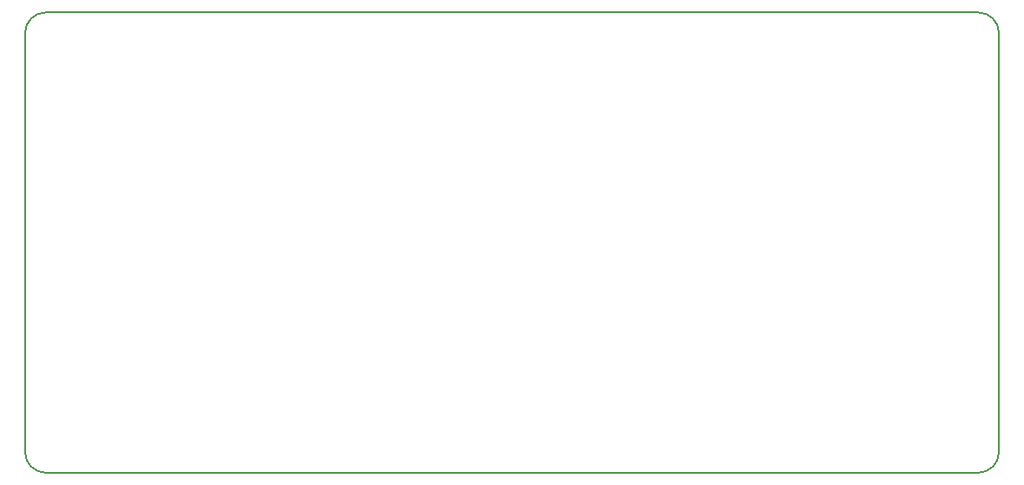
<source format=gbr>
G04 #@! TF.FileFunction,Profile,NP*
%FSLAX46Y46*%
G04 Gerber Fmt 4.6, Leading zero omitted, Abs format (unit mm)*
G04 Created by KiCad (PCBNEW 4.0.3+e1-6302~38~ubuntu15.04.1-stable) date Sat Aug 20 23:13:29 2016*
%MOMM*%
%LPD*%
G01*
G04 APERTURE LIST*
%ADD10C,0.100000*%
%ADD11C,0.150000*%
G04 APERTURE END LIST*
D10*
D11*
X213000000Y-75000000D02*
X122000000Y-75000000D01*
X215000000Y-118000000D02*
X215000000Y-77000000D01*
X122000000Y-120000000D02*
X213000000Y-120000000D01*
X120000000Y-77000000D02*
X120000000Y-118000000D01*
X122000000Y-75000000D02*
G75*
G03X120000000Y-77000000I0J-2000000D01*
G01*
X215000000Y-77000000D02*
G75*
G03X213000000Y-75000000I-2000000J0D01*
G01*
X213000000Y-120000000D02*
G75*
G03X215000000Y-118000000I0J2000000D01*
G01*
X120000000Y-118000000D02*
G75*
G03X122000000Y-120000000I2000000J0D01*
G01*
M02*

</source>
